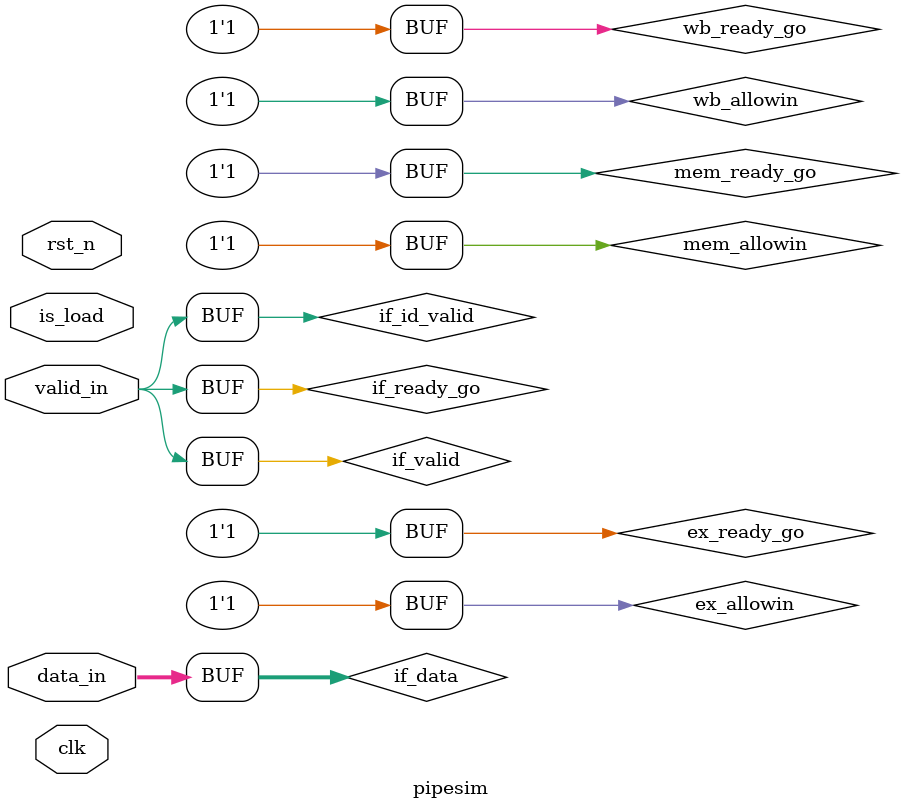
<source format=v>
module pipesim

(
    input clk,
    input rst_n,
    input valid_in,
    input [31:0] data_in,
    input is_load //load adventure

);
    wire if_valid;
    reg id_valid;
    reg ex_valid;
    reg mem_valid;
    reg wb_valid;
    
    //if
    wire [31:0] if_data;
    assign if_data = data_in;
    wire if_ready_go;
    wire if_id_valid;
    assign if_valid = valid_in;
    assign if_ready_go = if_valid; //if阶段暂时只需要一个周期
    assign if_id_valid = if_valid & if_ready_go;

    wire wb_allowin;
    wire mem_allowin;
    wire ex_allowin;        
    //id 
    wire id_ready_go;
    wire id_ex_valid;
    wire id_allowin;
    assign id_allowin = (id_ready_go & ex_allowin);
    always @(posedge clk or negedge rst_n) begin
        if(~rst_n)
            id_valid <= 0;
        else if(id_allowin)
            id_valid <= if_id_valid;
        else
            id_valid <= id_valid;
    end 
    assign id_ready_go = (~is_load);
    assign id_ex_valid = (id_valid & id_ready_go);

    reg [31:0] id_data;
    always @(posedge clk or negedge rst_n) begin
        if(~rst_n)
            id_data <= 0;
        else if(id_allowin & if_id_valid)
            id_data <= if_data;
        else
            id_data <= id_data;
    end
    

    
    
    
    //ex
    wire ex_ready_go;
    wire ex_mem_valid;

    assign ex_allowin = (ex_ready_go & mem_allowin);
    always @(posedge clk or negedge rst_n) begin
        if(~rst_n)
            ex_valid <= 0;
        else if(ex_allowin)
            ex_valid <= id_ex_valid;
        else
            ex_valid <= ex_valid;
    end
    assign ex_ready_go = 1;
    assign ex_mem_valid = (ex_valid & ex_ready_go);

    reg [31:0] ex_data;
    always@(posedge clk or negedge rst_n) begin
        if(~rst_n)
            ex_data <= 0;
        else if(id_ex_valid & ex_allowin)
            ex_data <= id_data;
        else
            ex_data <= ex_data;
    end
            
    
    reg [31:0] mem_data;
    always @(posedge clk or negedge rst_n) begin
        if(~rst_n)
            mem_data <= 0;
        else if(ex_mem_valid & mem_allowin)
            mem_data <= ex_data;
        else
            mem_data <= mem_data;
    end


    
    //mem
    wire mem_ready_go;
    wire mem_wb_valid;

    always @(posedge clk or negedge rst_n) begin
        if(~rst_n)
            mem_valid <= 0;
        else if(mem_allowin)
            mem_valid <= ex_mem_valid;
        else
            mem_valid <= mem_valid;
    end
    assign mem_ready_go = 1;
    assign mem_wb_valid = (mem_valid & mem_ready_go);
    assign mem_allowin = (mem_ready_go & wb_allowin);
    
    reg [31:0] wb_data;
    always @(posedge clk or negedge rst_n) begin
        if(~rst_n)
            wb_data <= 0;
        else if(mem_wb_valid & wb_allowin)
            wb_data <= mem_data;
        else
            wb_data <= wb_data;
    end
    
    //wb 
    wire wb_ready_go;

    
    always @(posedge clk or negedge rst_n) begin
        if(~rst_n)
            wb_valid <= 0;
        else if(wb_allowin)
            wb_valid <= mem_wb_valid;
        else 
            wb_valid <= wb_valid;
    end
    assign wb_ready_go = 1;
    assign wb_allowin = 1;
    
    
   
    
    


endmodule
</source>
